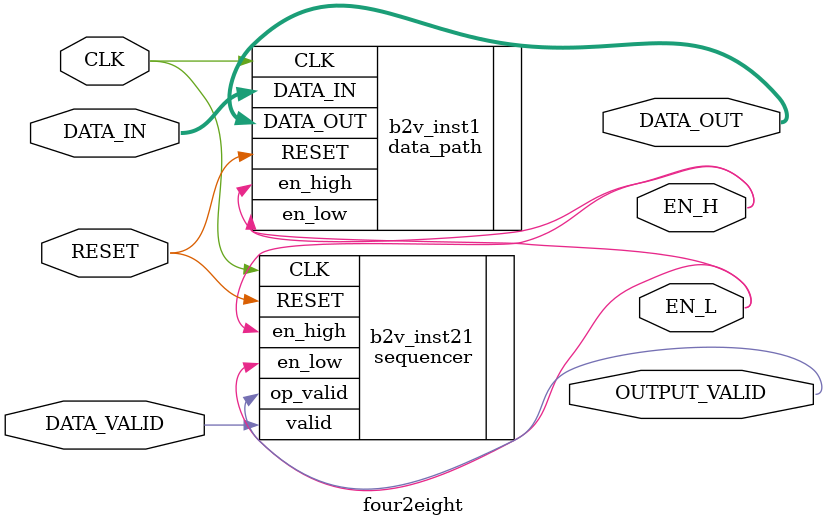
<source format=sv>
module four2eight(
    input logic CLK,
    input logic DATA_VALID,
    input logic RESET,
    input logic [3:0] DATA_IN,
    output logic OUTPUT_VALID,
    output logic EN_H,
    output logic EN_L,
    output logic [7:0] DATA_OUT
);

    data_path b2v_inst1 (
        .CLK(CLK),
        .RESET(RESET),
        .en_low(EN_L),
        .en_high(EN_H),
        .DATA_IN(DATA_IN),
        .DATA_OUT(DATA_OUT)
    );

    sequencer  b2v_inst21 (
        .RESET(RESET),
        .CLK(CLK),
        .valid(DATA_VALID),
        .en_high(EN_H),
        .en_low(EN_L),
        .op_valid(OUTPUT_VALID)
    );

endmodule
</source>
